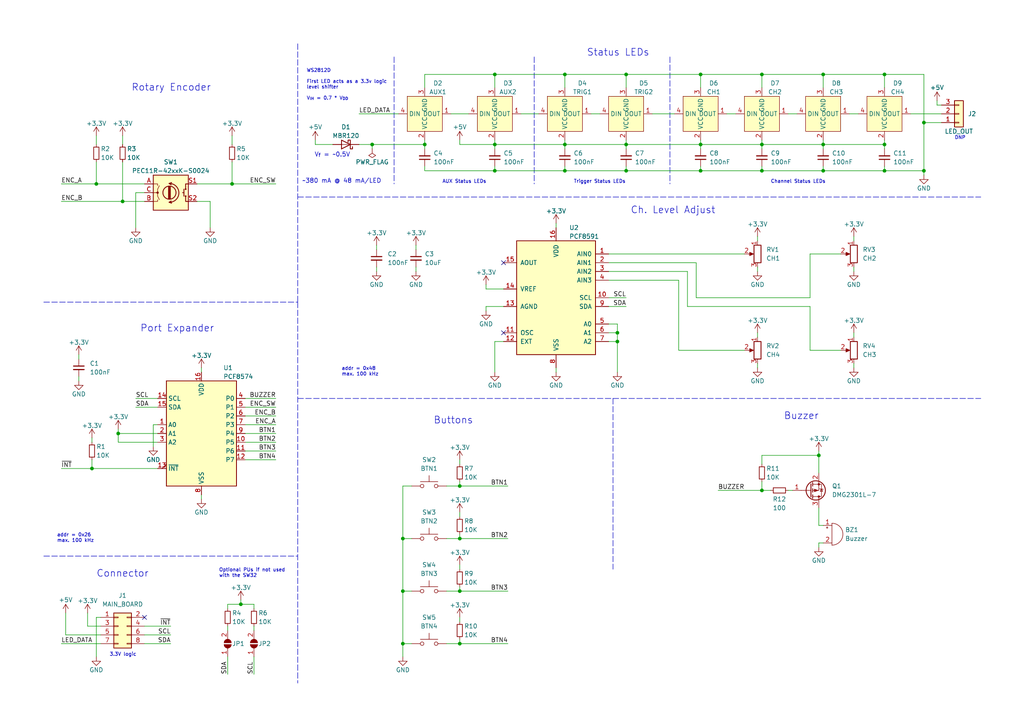
<source format=kicad_sch>
(kicad_sch (version 20211123) (generator eeschema)
  (paper "A4")
  (title_block (title "SW3F1 - Front Panel") (date "2022-11-11") (rev "1") (company "saawsm") (comment 1 "Buttons and encoder are software debounced.") (comment 2 "1x rotary encoder, 4x pots, 4x push buttons, 1x buzzer, 8x RGB LEDs") (comment 3 "Provides the following: ") (comment 4 "An I2C front panel designed for the SW32."))
  (lib_symbols
    (symbol "Connector_Generic:Conn_01x03" (pin_names (offset 1.016) hide)
      (property "Reference" "J" (at 0 5.08 0))
      (property "Value" "Conn_01x03" (at 0 -5.08 0))
      (symbol "Conn_01x03_1_1"
        (pin passive line (at -5.08 2.54 0) (length 3.81) (name "Pin_1") (number "1"))
        (pin passive line (at -5.08 0 0) (length 3.81) (name "Pin_2") (number "2"))
        (pin passive line (at -5.08 -2.54 0) (length 3.81) (name "Pin_3") (number "3"))
      )
    )
    (symbol "Connector_Generic:Conn_02x04_Odd_Even" (pin_names (offset 1.016) hide)
      (property "Reference" "J" (at 1.27 5.08 0))
      (property "Value" "Conn_02x04_Odd_Even" (at 1.27 -7.62 0))
      (symbol "Conn_02x04_Odd_Even_1_1"
        (pin passive line (at -5.08 2.54 0) (length 3.81) (name "Pin_1") (number "1"))
        (pin passive line (at 7.62 2.54 180) (length 3.81) (name "Pin_2") (number "2"))
        (pin passive line (at -5.08 0 0) (length 3.81) (name "Pin_3") (number "3"))
        (pin passive line (at 7.62 0 180) (length 3.81) (name "Pin_4") (number "4"))
        (pin passive line (at -5.08 -2.54 0) (length 3.81) (name "Pin_5") (number "5"))
        (pin passive line (at 7.62 -2.54 180) (length 3.81) (name "Pin_6") (number "6"))
        (pin passive line (at -5.08 -5.08 0) (length 3.81) (name "Pin_7") (number "7"))
        (pin passive line (at 7.62 -5.08 180) (length 3.81) (name "Pin_8") (number "8"))
      )
    )
    (symbol "Device:Buzzer" (pin_names (offset 0.0254) hide)
      (property "Reference" "BZ" (at 3.81 1.27 0))
      (property "Value" "Buzzer" (at 3.81 -1.27 0))
      (symbol "Buzzer_1_1"
        (pin passive line (at -2.54 2.54 0) (length 2.54) (name "-") (number "1"))
        (pin passive line (at -2.54 -2.54 0) (length 2.54) (name "+") (number "2"))
      )
    )
    (symbol "Device:C_Small" (pin_numbers hide) (pin_names (offset 0.254) hide)
      (property "Reference" "C" (at 0.254 1.778 0))
      (property "Value" "C_Small" (at 0.254 -2.032 0))
      (symbol "C_Small_1_1"
        (pin passive line (at 0 2.54 270) (length 2.032) (name "~") (number "1"))
        (pin passive line (at 0 -2.54 90) (length 2.032) (name "~") (number "2"))
      )
    )
    (symbol "Device:D_Schottky" (pin_numbers hide) (pin_names (offset 1.016) hide)
      (property "Reference" "D" (at 0 2.54 0))
      (property "Value" "D_Schottky" (at 0 -2.54 0))
      (symbol "D_Schottky_1_1"
        (pin passive line (at -3.81 0 0) (length 2.54) (name "K") (number "1"))
        (pin passive line (at 3.81 0 180) (length 2.54) (name "A") (number "2"))
      )
    )
    (symbol "Device:Q_PMOS_GSD" (pin_names (offset 0) hide)
      (property "Reference" "Q" (at 5.08 1.27 0))
      (property "Value" "Q_PMOS_GSD" (at 5.08 -1.27 0))
      (symbol "Q_PMOS_GSD_1_1"
        (pin input line (at -5.08 0 0) (length 2.54) (name "G") (number "1"))
        (pin passive line (at 2.54 -5.08 90) (length 2.54) (name "S") (number "2"))
        (pin passive line (at 2.54 5.08 270) (length 2.54) (name "D") (number "3"))
      )
    )
    (symbol "Device:R_Potentiometer" (pin_names (offset 1.016) hide)
      (property "Reference" "RV" (at -4.445 0 90))
      (property "Value" "R_Potentiometer" (at -2.54 0 90))
      (symbol "R_Potentiometer_1_1"
        (pin passive line (at 0 3.81 270) (length 1.27) (name "1") (number "1"))
        (pin passive line (at 3.81 0 180) (length 1.27) (name "2") (number "2"))
        (pin passive line (at 0 -3.81 90) (length 1.27) (name "3") (number "3"))
      )
    )
    (symbol "Device:R_Small" (pin_numbers hide) (pin_names (offset 0.254) hide)
      (property "Reference" "R" (at 0.762 0.508 0))
      (property "Value" "R_Small" (at 0.762 -1.016 0))
      (symbol "R_Small_1_1"
        (pin passive line (at 0 2.54 270) (length 0.762) (name "~") (number "1"))
        (pin passive line (at 0 -2.54 90) (length 0.762) (name "~") (number "2"))
      )
    )
    (symbol "Device:RotaryEncoder_Switch" (pin_names (offset 0.254) hide)
      (property "Reference" "SW" (at 0 6.604 0))
      (property "Value" "RotaryEncoder_Switch" (at 0 -6.604 0))
      (symbol "RotaryEncoder_Switch_1_1"
        (pin passive line (at -7.62 2.54 0) (length 2.54) (name "A") (number "A"))
        (pin passive line (at -7.62 -2.54 0) (length 2.54) (name "B") (number "B"))
        (pin passive line (at -7.62 0 0) (length 2.54) (name "C") (number "C"))
        (pin passive line (at 7.62 2.54 180) (length 2.54) (name "S1") (number "S1"))
        (pin passive line (at 7.62 -2.54 180) (length 2.54) (name "S2") (number "S2"))
      )
    )
    (symbol "Interface_Expansion:PCF8574"
      (property "Reference" "U" (at -8.89 16.51 0))
      (property "Value" "PCF8574" (at 2.54 16.51 0))
      (symbol "PCF8574_1_1"
        (pin input line (at -12.7 2.54 0) (length 2.54) (name "A0") (number "1"))
        (pin bidirectional line (at 12.7 -2.54 180) (length 2.54) (name "P5") (number "10"))
        (pin bidirectional line (at 12.7 -5.08 180) (length 2.54) (name "P6") (number "11"))
        (pin bidirectional line (at 12.7 -7.62 180) (length 2.54) (name "P7") (number "12"))
        (pin open_collector output_low (at -12.7 -10.16 0) (length 2.54) (name "~{INT}") (number "13"))
        (pin input line (at -12.7 10.16 0) (length 2.54) (name "SCL") (number "14"))
        (pin bidirectional line (at -12.7 7.62 0) (length 2.54) (name "SDA") (number "15"))
        (pin power_in line (at 0 17.78 270) (length 2.54) (name "VDD") (number "16"))
        (pin input line (at -12.7 0 0) (length 2.54) (name "A1") (number "2"))
        (pin input line (at -12.7 -2.54 0) (length 2.54) (name "A2") (number "3"))
        (pin bidirectional line (at 12.7 10.16 180) (length 2.54) (name "P0") (number "4"))
        (pin bidirectional line (at 12.7 7.62 180) (length 2.54) (name "P1") (number "5"))
        (pin bidirectional line (at 12.7 5.08 180) (length 2.54) (name "P2") (number "6"))
        (pin bidirectional line (at 12.7 2.54 180) (length 2.54) (name "P3") (number "7"))
        (pin power_in line (at 0 -17.78 90) (length 2.54) (name "VSS") (number "8"))
        (pin bidirectional line (at 12.7 0 180) (length 2.54) (name "P4") (number "9"))
      )
    )
    (symbol "Interface_Expansion:PCF8591" (pin_names (offset 1.016))
      (property "Reference" "U" (at -11.43 17.78 0))
      (property "Value" "PCF8591" (at 3.81 17.78 0))
      (symbol "PCF8591_1_1"
        (pin passive line (at -15.24 12.7 0) (length 3.81) (name "AIN0") (number "1"))
        (pin input line (at -15.24 0 0) (length 3.81) (name "SCL") (number "10"))
        (pin bidirectional line (at 15.24 -10.16 180) (length 3.81) (name "OSC") (number "11"))
        (pin input line (at 15.24 -12.7 180) (length 3.81) (name "EXT") (number "12"))
        (pin power_out line (at 15.24 -2.54 180) (length 3.81) (name "AGND") (number "13"))
        (pin passive line (at 15.24 2.54 180) (length 3.81) (name "VREF") (number "14"))
        (pin passive line (at 15.24 10.16 180) (length 3.81) (name "AOUT") (number "15"))
        (pin power_in line (at 0 20.32 270) (length 3.81) (name "VDD") (number "16"))
        (pin passive line (at -15.24 10.16 0) (length 3.81) (name "AIN1") (number "2"))
        (pin passive line (at -15.24 7.62 0) (length 3.81) (name "AIN2") (number "3"))
        (pin passive line (at -15.24 5.08 0) (length 3.81) (name "AIN3") (number "4"))
        (pin input line (at -15.24 -7.62 0) (length 3.81) (name "A0") (number "5"))
        (pin input line (at -15.24 -10.16 0) (length 3.81) (name "A1") (number "6"))
        (pin input line (at -15.24 -12.7 0) (length 3.81) (name "A2") (number "7"))
        (pin power_in line (at 0 -20.32 90) (length 3.81) (name "VSS") (number "8"))
        (pin bidirectional line (at -15.24 -2.54 0) (length 3.81) (name "SDA") (number "9"))
      )
    )
    (symbol "Jumper:SolderJumper_2_Open" (pin_names (offset 0) hide)
      (property "Reference" "JP" (at 0 2.032 0))
      (property "Value" "SolderJumper_2_Open" (at 0 -2.54 0))
      (symbol "SolderJumper_2_Open_1_1"
        (pin passive line (at -3.81 0 0) (length 2.54) (name "A") (number "1"))
        (pin passive line (at 3.81 0 180) (length 2.54) (name "B") (number "2"))
      )
    )
    (symbol "Mechanical:MountingHole" (pin_names (offset 1.016))
      (property "Reference" "H" (at 0 5.08 0))
      (property "Value" "MountingHole" (at 0 3.175 0))
    )
    (symbol "SaawLib:WS2812D"
      (property "Reference" "U" (at 2.54 8.89 0))
      (property "Value" "WS2812D" (at 6.35 6.35 0))
      (symbol "WS2812D_1_1"
        (pin output line (at 0 -7.62 90) (length 2.54) (name "DOUT") (number "1"))
        (pin power_in line (at -7.62 0 0) (length 2.54) (name "VCC") (number "2"))
        (pin power_in line (at 7.62 0 180) (length 2.54) (name "GND") (number "3"))
        (pin input line (at 0 7.62 270) (length 2.54) (name "DIN") (number "4"))
      )
    )
    (symbol "Switch:SW_Push" (pin_numbers hide) (pin_names (offset 1.016) hide)
      (property "Reference" "SW" (at 1.27 2.54 0))
      (property "Value" "SW_Push" (at 0 -1.524 0))
      (symbol "SW_Push_0_1"
        (pin passive line (at -5.08 0 0) (length 2.54) (name "1") (number "1"))
        (pin passive line (at 5.08 0 180) (length 2.54) (name "2") (number "2"))
      )
    )
    (symbol "power:+3.3V" (power) (pin_names (offset 0))
      (property "Value" "+3.3V" (at 0 3.556 0))
      (symbol "+3.3V_1_1"
        (pin power_in line (at 0 0 90) (length 0) hide (name "+3.3V") (number "1"))
      )
    )
    (symbol "power:+5V" (power) (pin_names (offset 0))
      (property "Value" "+5V" (at 0 3.556 0))
      (symbol "+5V_1_1"
        (pin power_in line (at 0 0 90) (length 0) hide (name "+5V") (number "1"))
      )
    )
    (symbol "power:GND" (power) (pin_names (offset 0))
      (property "Value" "GND" (at 0 -3.81 0))
      (symbol "GND_1_1"
        (pin power_in line (at 0 0 270) (length 0) hide (name "GND") (number "1"))
      )
    )
    (symbol "power:PWR_FLAG" (power) (pin_numbers hide) (pin_names (offset 0) hide)
      (property "Value" "PWR_FLAG" (at 0 3.81 0))
      (symbol "PWR_FLAG_0_0"
        (pin power_out line (at 0 0 90) (length 0) (name "pwr") (number "1"))
      )
    )
  )
  (junction (at 181.61 49.53))
  (junction (at 116.84 156.21))
  (junction (at 179.07 96.52))
  (junction (at 203.2 41.91))
  (junction (at 143.51 49.53))
  (junction (at 116.84 186.69))
  (junction (at 133.35 186.69))
  (junction (at 163.83 49.53))
  (junction (at 35.56 58.42))
  (junction (at 238.76 21.59))
  (junction (at 267.97 35.56))
  (junction (at 181.61 41.91))
  (junction (at 133.35 156.21))
  (junction (at 133.35 140.97))
  (junction (at 256.54 21.59))
  (junction (at 123.19 41.91))
  (junction (at 27.94 53.34))
  (junction (at 143.51 21.59))
  (junction (at 143.51 41.91))
  (junction (at 220.98 21.59))
  (junction (at 26.67 135.89))
  (junction (at 34.29 125.73))
  (junction (at 237.49 132.08))
  (junction (at 256.54 41.91))
  (junction (at 203.2 49.53))
  (junction (at 238.76 49.53))
  (junction (at 203.2 21.59))
  (junction (at 163.83 21.59))
  (junction (at 116.84 171.45))
  (junction (at 256.54 49.53))
  (junction (at 238.76 41.91))
  (junction (at 67.31 53.34))
  (junction (at 220.98 142.24))
  (junction (at 267.97 49.53))
  (junction (at 220.98 41.91))
  (junction (at 181.61 21.59))
  (junction (at 133.35 171.45))
  (junction (at 163.83 41.91))
  (junction (at 107.95 41.91))
  (junction (at 220.98 49.53))
  (junction (at 179.07 99.06))
  (junction (at 69.85 175.26))
  (no_connect (at 146.05 76.2))
  (no_connect (at 41.91 179.07))
  (no_connect (at 146.05 96.52))
  (wire (pts (xy 238.76 25.4) (xy 238.76 21.59)))
  (wire (pts (xy 176.53 76.2) (xy 201.93 76.2)))
  (wire (pts (xy 238.76 41.91) (xy 256.54 41.91)))
  (wire (pts (xy 17.78 53.34) (xy 27.94 53.34)))
  (wire (pts (xy 116.84 156.21) (xy 116.84 171.45)))
  (wire (pts (xy 104.14 41.91) (xy 107.95 41.91)))
  (wire (pts (xy 67.31 53.34) (xy 80.01 53.34)))
  (wire (pts (xy 73.66 190.5) (xy 73.66 195.58)))
  (wire (pts (xy 116.84 171.45) (xy 116.84 186.69)))
  (wire (pts (xy 104.14 33.02) (xy 115.57 33.02)))
  (wire (pts (xy 140.97 90.17) (xy 140.97 88.9)))
  (wire (pts (xy 256.54 41.91) (xy 256.54 43.18)))
  (wire (pts (xy 220.98 49.53) (xy 238.76 49.53)))
  (wire (pts (xy 19.05 177.8) (xy 19.05 184.15)))
  (wire (pts (xy 181.61 88.9) (xy 176.53 88.9)))
  (wire (pts (xy 237.49 130.81) (xy 237.49 132.08)))
  (wire (pts (xy 238.76 49.53) (xy 238.76 48.26)))
  (wire (pts (xy 203.2 49.53) (xy 220.98 49.53)))
  (wire (pts (xy 203.2 43.18) (xy 203.2 41.91)))
  (wire (pts (xy 143.51 48.26) (xy 143.51 49.53)))
  (polyline (pts (xy 177.8 115.57) (xy 177.8 165.1)))
  (wire (pts (xy 237.49 132.08) (xy 237.49 137.16)))
  (polyline (pts (xy 114.3 16.51) (xy 114.3 53.34)))
  (wire (pts (xy 219.71 68.58) (xy 219.71 69.85)))
  (wire (pts (xy 220.98 43.18) (xy 220.98 41.91)))
  (wire (pts (xy 256.54 49.53) (xy 256.54 48.26)))
  (polyline (pts (xy 86.36 12.7) (xy 86.36 87.63)))
  (wire (pts (xy 220.98 139.7) (xy 220.98 142.24)))
  (wire (pts (xy 203.2 21.59) (xy 203.2 25.4)))
  (wire (pts (xy 71.12 133.35) (xy 80.01 133.35)))
  (wire (pts (xy 130.81 33.02) (xy 135.89 33.02)))
  (wire (pts (xy 238.76 152.4) (xy 237.49 152.4)))
  (wire (pts (xy 220.98 132.08) (xy 237.49 132.08)))
  (wire (pts (xy 34.29 128.27) (xy 34.29 125.73)))
  (wire (pts (xy 133.35 186.69) (xy 147.32 186.69)))
  (wire (pts (xy 133.35 139.7) (xy 133.35 140.97)))
  (wire (pts (xy 109.22 71.12) (xy 109.22 72.39)))
  (wire (pts (xy 176.53 73.66) (xy 215.9 73.66)))
  (wire (pts (xy 41.91 55.88) (xy 39.37 55.88)))
  (wire (pts (xy 133.35 41.91) (xy 143.51 41.91)))
  (wire (pts (xy 129.54 156.21) (xy 133.35 156.21)))
  (wire (pts (xy 133.35 156.21) (xy 147.32 156.21)))
  (wire (pts (xy 58.42 143.51) (xy 58.42 144.78)))
  (polyline (pts (xy 12.7 87.63) (xy 86.36 87.63)))
  (wire (pts (xy 196.85 81.28) (xy 196.85 101.6)))
  (polyline (pts (xy 86.36 115.57) (xy 284.48 115.57)))
  (wire (pts (xy 201.93 76.2) (xy 201.93 86.36)))
  (wire (pts (xy 219.71 105.41) (xy 219.71 106.68)))
  (wire (pts (xy 220.98 134.62) (xy 220.98 132.08)))
  (wire (pts (xy 123.19 21.59) (xy 143.51 21.59)))
  (wire (pts (xy 203.2 41.91) (xy 220.98 41.91)))
  (wire (pts (xy 123.19 49.53) (xy 143.51 49.53)))
  (wire (pts (xy 176.53 81.28) (xy 196.85 81.28)))
  (wire (pts (xy 163.83 49.53) (xy 163.83 48.26)))
  (wire (pts (xy 133.35 140.97) (xy 147.32 140.97)))
  (wire (pts (xy 57.15 53.34) (xy 67.31 53.34)))
  (wire (pts (xy 256.54 25.4) (xy 256.54 21.59)))
  (wire (pts (xy 267.97 21.59) (xy 267.97 35.56)))
  (wire (pts (xy 39.37 115.57) (xy 45.72 115.57)))
  (wire (pts (xy 123.19 41.91) (xy 123.19 40.64)))
  (wire (pts (xy 22.86 102.87) (xy 22.86 104.14)))
  (wire (pts (xy 220.98 49.53) (xy 220.98 48.26)))
  (wire (pts (xy 219.71 77.47) (xy 219.71 78.74)))
  (wire (pts (xy 17.78 58.42) (xy 35.56 58.42)))
  (wire (pts (xy 181.61 43.18) (xy 181.61 41.91)))
  (wire (pts (xy 107.95 43.18) (xy 107.95 41.91)))
  (wire (pts (xy 60.96 66.04) (xy 60.96 58.42)))
  (wire (pts (xy 283.21 226.06) (xy 278.13 226.06)))
  (wire (pts (xy 199.39 88.9) (xy 234.95 88.9)))
  (wire (pts (xy 27.94 46.99) (xy 27.94 53.34)))
  (wire (pts (xy 133.35 170.18) (xy 133.35 171.45)))
  (wire (pts (xy 34.29 128.27) (xy 45.72 128.27)))
  (wire (pts (xy 143.51 41.91) (xy 143.51 43.18)))
  (wire (pts (xy 66.04 181.61) (xy 66.04 182.88)))
  (wire (pts (xy 228.6 33.02) (xy 231.14 33.02)))
  (wire (pts (xy 203.2 21.59) (xy 220.98 21.59)))
  (wire (pts (xy 27.94 53.34) (xy 41.91 53.34)))
  (wire (pts (xy 143.51 40.64) (xy 143.51 41.91)))
  (wire (pts (xy 25.4 177.8) (xy 25.4 181.61)))
  (wire (pts (xy 243.84 73.66) (xy 234.95 73.66)))
  (wire (pts (xy 67.31 39.37) (xy 67.31 41.91)))
  (wire (pts (xy 181.61 49.53) (xy 181.61 48.26)))
  (wire (pts (xy 256.54 40.64) (xy 256.54 41.91)))
  (wire (pts (xy 26.67 133.35) (xy 26.67 135.89)))
  (wire (pts (xy 133.35 154.94) (xy 133.35 156.21)))
  (wire (pts (xy 41.91 184.15) (xy 49.53 184.15)))
  (wire (pts (xy 49.53 181.61) (xy 41.91 181.61)))
  (wire (pts (xy 116.84 186.69) (xy 116.84 190.5)))
  (wire (pts (xy 26.67 135.89) (xy 45.72 135.89)))
  (wire (pts (xy 129.54 140.97) (xy 133.35 140.97)))
  (wire (pts (xy 176.53 99.06) (xy 179.07 99.06)))
  (wire (pts (xy 120.65 77.47) (xy 120.65 78.74)))
  (wire (pts (xy 161.29 64.77) (xy 161.29 66.04)))
  (wire (pts (xy 228.6 142.24) (xy 229.87 142.24)))
  (wire (pts (xy 116.84 140.97) (xy 119.38 140.97)))
  (wire (pts (xy 163.83 21.59) (xy 163.83 25.4)))
  (wire (pts (xy 278.13 219.71) (xy 283.21 219.71)))
  (wire (pts (xy 71.12 118.11) (xy 80.01 118.11)))
  (wire (pts (xy 271.78 29.21) (xy 271.78 30.48)))
  (wire (pts (xy 45.72 123.19) (xy 44.45 123.19)))
  (wire (pts (xy 247.65 68.58) (xy 247.65 69.85)))
  (wire (pts (xy 140.97 82.55) (xy 140.97 83.82)))
  (wire (pts (xy 247.65 77.47) (xy 247.65 78.74)))
  (wire (pts (xy 271.78 30.48) (xy 273.05 30.48)))
  (wire (pts (xy 267.97 50.8) (xy 267.97 49.53)))
  (wire (pts (xy 181.61 21.59) (xy 203.2 21.59)))
  (polyline (pts (xy 86.36 57.15) (xy 284.48 57.15)))
  (wire (pts (xy 133.35 40.64) (xy 133.35 41.91)))
  (wire (pts (xy 39.37 118.11) (xy 45.72 118.11)))
  (wire (pts (xy 27.94 39.37) (xy 27.94 41.91)))
  (polyline (pts (xy 12.7 161.29) (xy 86.36 161.29)))
  (wire (pts (xy 199.39 78.74) (xy 199.39 88.9)))
  (wire (pts (xy 163.83 43.18) (xy 163.83 41.91)))
  (wire (pts (xy 17.78 135.89) (xy 26.67 135.89)))
  (wire (pts (xy 133.35 148.59) (xy 133.35 149.86)))
  (wire (pts (xy 71.12 125.73) (xy 80.01 125.73)))
  (wire (pts (xy 140.97 83.82) (xy 146.05 83.82)))
  (wire (pts (xy 41.91 186.69) (xy 49.53 186.69)))
  (wire (pts (xy 176.53 96.52) (xy 179.07 96.52)))
  (wire (pts (xy 163.83 41.91) (xy 181.61 41.91)))
  (wire (pts (xy 247.65 105.41) (xy 247.65 106.68)))
  (wire (pts (xy 181.61 49.53) (xy 203.2 49.53)))
  (wire (pts (xy 220.98 21.59) (xy 220.98 25.4)))
  (wire (pts (xy 107.95 41.91) (xy 123.19 41.91)))
  (wire (pts (xy 123.19 43.18) (xy 123.19 41.91)))
  (wire (pts (xy 71.12 120.65) (xy 80.01 120.65)))
  (wire (pts (xy 73.66 175.26) (xy 73.66 176.53)))
  (polyline (pts (xy 154.94 16.51) (xy 154.94 53.34)))
  (wire (pts (xy 73.66 175.26) (xy 69.85 175.26)))
  (wire (pts (xy 143.51 41.91) (xy 163.83 41.91)))
  (wire (pts (xy 161.29 106.68) (xy 161.29 107.95)))
  (wire (pts (xy 220.98 142.24) (xy 223.52 142.24)))
  (wire (pts (xy 208.28 142.24) (xy 220.98 142.24)))
  (wire (pts (xy 189.23 33.02) (xy 195.58 33.02)))
  (wire (pts (xy 219.71 96.52) (xy 219.71 97.79)))
  (wire (pts (xy 80.01 115.57) (xy 71.12 115.57)))
  (wire (pts (xy 163.83 49.53) (xy 181.61 49.53)))
  (wire (pts (xy 140.97 88.9) (xy 146.05 88.9)))
  (wire (pts (xy 246.38 33.02) (xy 248.92 33.02)))
  (wire (pts (xy 34.29 124.46) (xy 34.29 125.73)))
  (wire (pts (xy 237.49 147.32) (xy 237.49 152.4)))
  (polyline (pts (xy 194.31 16.51) (xy 194.31 53.34)))
  (wire (pts (xy 267.97 35.56) (xy 267.97 49.53)))
  (wire (pts (xy 234.95 88.9) (xy 234.95 101.6)))
  (wire (pts (xy 116.84 140.97) (xy 116.84 156.21)))
  (wire (pts (xy 179.07 96.52) (xy 179.07 93.98)))
  (wire (pts (xy 179.07 99.06) (xy 179.07 96.52)))
  (wire (pts (xy 238.76 40.64) (xy 238.76 41.91)))
  (wire (pts (xy 34.29 125.73) (xy 45.72 125.73)))
  (wire (pts (xy 133.35 185.42) (xy 133.35 186.69)))
  (wire (pts (xy 44.45 123.19) (xy 44.45 129.54)))
  (wire (pts (xy 129.54 171.45) (xy 133.35 171.45)))
  (wire (pts (xy 29.21 184.15) (xy 19.05 184.15)))
  (wire (pts (xy 35.56 39.37) (xy 35.56 41.91)))
  (wire (pts (xy 234.95 86.36) (xy 234.95 73.66)))
  (wire (pts (xy 143.51 107.95) (xy 143.51 99.06)))
  (wire (pts (xy 27.94 179.07) (xy 27.94 190.5)))
  (wire (pts (xy 201.93 86.36) (xy 234.95 86.36)))
  (wire (pts (xy 196.85 101.6) (xy 215.9 101.6)))
  (wire (pts (xy 181.61 41.91) (xy 203.2 41.91)))
  (wire (pts (xy 123.19 48.26) (xy 123.19 49.53)))
  (wire (pts (xy 163.83 21.59) (xy 181.61 21.59)))
  (wire (pts (xy 179.07 93.98) (xy 176.53 93.98)))
  (wire (pts (xy 238.76 21.59) (xy 220.98 21.59)))
  (wire (pts (xy 133.35 163.83) (xy 133.35 165.1)))
  (wire (pts (xy 116.84 156.21) (xy 119.38 156.21)))
  (wire (pts (xy 67.31 46.99) (xy 67.31 53.34)))
  (wire (pts (xy 247.65 96.52) (xy 247.65 97.79)))
  (wire (pts (xy 143.51 49.53) (xy 163.83 49.53)))
  (wire (pts (xy 237.49 157.48) (xy 238.76 157.48)))
  (wire (pts (xy 256.54 21.59) (xy 267.97 21.59)))
  (wire (pts (xy 35.56 46.99) (xy 35.56 58.42)))
  (wire (pts (xy 120.65 72.39) (xy 120.65 71.12)))
  (wire (pts (xy 123.19 21.59) (xy 123.19 25.4)))
  (wire (pts (xy 203.2 41.91) (xy 203.2 40.64)))
  (wire (pts (xy 220.98 41.91) (xy 220.98 40.64)))
  (wire (pts (xy 238.76 43.18) (xy 238.76 41.91)))
  (wire (pts (xy 133.35 171.45) (xy 147.32 171.45)))
  (wire (pts (xy 69.85 173.99) (xy 69.85 175.26)))
  (polyline (pts (xy 86.36 87.63) (xy 86.36 198.12)))
  (wire (pts (xy 237.49 157.48) (xy 237.49 158.75)))
  (wire (pts (xy 129.54 186.69) (xy 133.35 186.69)))
  (wire (pts (xy 238.76 49.53) (xy 256.54 49.53)))
  (wire (pts (xy 238.76 21.59) (xy 256.54 21.59)))
  (wire (pts (xy 238.76 41.91) (xy 220.98 41.91)))
  (wire (pts (xy 116.84 171.45) (xy 119.38 171.45)))
  (wire (pts (xy 66.04 175.26) (xy 69.85 175.26)))
  (wire (pts (xy 71.12 130.81) (xy 80.01 130.81)))
  (wire (pts (xy 133.35 133.35) (xy 133.35 134.62)))
  (wire (pts (xy 27.94 179.07) (xy 29.21 179.07)))
  (wire (pts (xy 181.61 86.36) (xy 176.53 86.36)))
  (wire (pts (xy 25.4 181.61) (xy 29.21 181.61)))
  (wire (pts (xy 58.42 106.68) (xy 58.42 107.95)))
  (wire (pts (xy 163.83 41.91) (xy 163.83 40.64)))
  (wire (pts (xy 179.07 107.95) (xy 179.07 99.06)))
  (wire (pts (xy 143.51 21.59) (xy 143.51 25.4)))
  (wire (pts (xy 66.04 175.26) (xy 66.04 176.53)))
  (wire (pts (xy 26.67 127) (xy 26.67 128.27)))
  (wire (pts (xy 171.45 33.02) (xy 173.99 33.02)))
  (wire (pts (xy 151.13 33.02) (xy 156.21 33.02)))
  (wire (pts (xy 210.82 33.02) (xy 213.36 33.02)))
  (wire (pts (xy 234.95 101.6) (xy 243.84 101.6)))
  (wire (pts (xy 256.54 49.53) (xy 267.97 49.53)))
  (wire (pts (xy 109.22 77.47) (xy 109.22 78.74)))
  (wire (pts (xy 71.12 123.19) (xy 80.01 123.19)))
  (wire (pts (xy 203.2 49.53) (xy 203.2 48.26)))
  (wire (pts (xy 143.51 21.59) (xy 163.83 21.59)))
  (wire (pts (xy 199.39 78.74) (xy 176.53 78.74)))
  (wire (pts (xy 66.04 190.5) (xy 66.04 195.58)))
  (wire (pts (xy 60.96 58.42) (xy 57.15 58.42)))
  (wire (pts (xy 35.56 58.42) (xy 41.91 58.42)))
  (wire (pts (xy 29.21 186.69) (xy 17.78 186.69)))
  (wire (pts (xy 91.44 41.91) (xy 91.44 40.64)))
  (wire (pts (xy 181.61 40.64) (xy 181.61 41.91)))
  (wire (pts (xy 264.16 33.02) (xy 273.05 33.02)))
  (wire (pts (xy 116.84 186.69) (xy 119.38 186.69)))
  (wire (pts (xy 22.86 109.22) (xy 22.86 110.49)))
  (wire (pts (xy 133.35 179.07) (xy 133.35 180.34)))
  (wire (pts (xy 39.37 55.88) (xy 39.37 66.04)))
  (wire (pts (xy 181.61 25.4) (xy 181.61 21.59)))
  (wire (pts (xy 71.12 128.27) (xy 80.01 128.27)))
  (wire (pts (xy 143.51 99.06) (xy 146.05 99.06)))
  (wire (pts (xy 96.52 41.91) (xy 91.44 41.91)))
  (wire (pts (xy 73.66 181.61) (xy 73.66 182.88)))
  (wire (pts (xy 267.97 35.56) (xy 273.05 35.56)))
  (text "~380 mA @ 48 mA/LED" (at 87.63 53.34 0) (effects (font (size 1.27 1.27)) (justify left bottom)))
  (text "Channel Status LEDs" (at 223.52 53.34 0) (effects (font (size 1 1)) (justify left bottom)))
  (text "AUX Status LEDs" (at 128.27 53.34 0) (effects (font (size 1 1)) (justify left bottom)))
  (text "Ch. Level Adjust" (at 182.88 62.23 0) (effects (font (size 2 2)) (justify left bottom)))
  (text "3.3V logic" (at 31.75 190.5 0) (effects (font (size 1 1)) (justify left bottom)))
  (text "Port Expander" (at 40.64 96.52 0) (effects (font (size 2 2)) (justify left bottom)))
  (text "Buttons" (at 125.73 123.19 0) (effects (font (size 2 2)) (justify left bottom)))
  (text "DNP" (at 276.86 40.64 0) (effects (font (size 1 1)) (justify left bottom)))
  (text "Status LEDs" (at 170.18 16.51 0) (effects (font (size 2 2)) (justify left bottom)))
  (text "Optional PUs if not used \nwith the SW32" (at 63.5 167.64 0) (effects (font (size 1 1)) (justify left bottom)))
  (text "addr = 0x48\nmax. 100 kHz" (at 99.06 109.22 0) (effects (font (size 1 1)) (justify left bottom)))
  (text "V_{f} = ~0.5V" (at 101.6 45.72 180) (effects (font (size 1.27 1.27)) (justify right bottom)))
  (text "Trigger Status LEDs" (at 166.37 53.34 0) (effects (font (size 1 1)) (justify left bottom)))
  (text "Buzzer" (at 227.33 121.92 0) (effects (font (size 2 2)) (justify left bottom)))
  (text "Rotary Encoder" (at 38.1 26.67 0) (effects (font (size 2 2)) (justify left bottom)))
  (text "Connector" (at 27.94 167.64 0) (effects (font (size 2 2)) (justify left bottom)))
  (text "addr = 0x26\nmax. 100 kHz" (at 16.51 157.48 0) (effects (font (size 1 1)) (justify left bottom)))
  (text "WS2812D\n\nFirst LED acts as a 3.3v logic \nlevel shifter\n\nV_{IH} = 0.7 * V_{DD}" (at 88.9 29.21 0) (effects (font (size 1 1)) (justify left bottom)))
  (label "ENC_A" (at 17.78 53.34 0))
  (label "BUZZER" (at 80.01 115.57 180))
  (label "SDA" (at 39.37 118.11 0))
  (label "BTN2" (at 147.32 156.21 180))
  (label "ENC_SW" (at 80.01 53.34 180))
  (label "ENC_A" (at 80.01 123.19 180))
  (label "BTN2" (at 80.01 128.27 180))
  (label "BTN1" (at 80.01 125.73 180))
  (label "ENC_SW" (at 80.01 118.11 180))
  (label "BTN1" (at 147.32 140.97 180))
  (label "SCL" (at 39.37 115.57 0))
  (label "ENC_B" (at 17.78 58.42 0))
  (label "SDA" (at 49.53 186.69 180))
  (label "~{INT}" (at 49.53 181.61 180))
  (label "SCL" (at 181.61 86.36 180))
  (label "ENC_B" (at 80.01 120.65 180))
  (label "LED_DATA" (at 104.14 33.02 0))
  (label "BTN4" (at 147.32 186.69 180))
  (label "BTN3" (at 80.01 130.81 180))
  (label "~{INT}" (at 17.78 135.89 0))
  (label "SCL" (at 49.53 184.15 180))
  (label "SCL" (at 73.66 195.58 90))
  (label "BTN3" (at 147.32 171.45 180))
  (label "SDA" (at 181.61 88.9 180))
  (label "LED_DATA" (at 17.78 186.69 0))
  (label "BUZZER" (at 208.28 142.24 0))
  (label "BTN4" (at 80.01 133.35 180))
  (label "SDA" (at 66.04 195.58 90))
  (symbol (lib_id "Device:R_Small") (at 133.35 137.16 180) (unit 1)
    (property "Reference" "R7" (at 134.62 135.89 0) (effects (justify right)))
    (property "Value" "10K" (at 134.62 138.43 0) (effects (justify right)))
    (property "Footprint" "Resistor_SMD:R_0603_1608Metric" (effects hide))
    (property "LCSC" "C98220" (effects hide))
    (property "MOUSER" "603-RC0603FR-0710KL" (effects hide))
    (property "MPN" "RC0603FR-0710KL" (effects hide))
  )
  (symbol (lib_id "Device:C_Small") (at 220.98 45.72 180) (unit 1)
    (property "Reference" "C9" (at 223.52 44.4435 0) (effects (justify right)))
    (property "Value" "100nF" (at 223.52 46.9835 0) (effects (justify right)))
    (property "Footprint" "Capacitor_SMD:C_0603_1608Metric" (effects hide))
    (property "LCSC" "C1591" (effects hide))
    (property "MOUSER" "187-CL10B104KB8NNNC" (effects hide))
    (property "MPN" "CL10B104KB8NNNC" (effects hide))
  )
  (symbol (lib_id "power:+5V") (at 283.21 219.71 0) (mirror y) (unit 1)
    (property "Reference" "#PWR046" (effects hide))
    (property "Value" "+5V" (at 283.21 215.9 0))
  )
  (symbol (lib_id "power:+3.3V") (at 34.29 124.46 0) (unit 1)
    (property "Reference" "#PWR08" (effects hide))
    (property "Value" "+3.3V" (at 34.29 120.904 0))
  )
  (symbol (lib_id "power:GND") (at 179.07 107.95 0) (mirror y) (unit 1)
    (property "Reference" "#PWR033" (effects hide))
    (property "Value" "GND" (at 179.07 111.76 0))
  )
  (symbol (lib_id "Device:R_Small") (at 67.31 44.45 0) (mirror y) (unit 1)
    (property "Reference" "R5" (at 68.58 43.18 0) (effects (justify right)))
    (property "Value" "10K" (at 68.58 45.72 0) (effects (justify right)))
    (property "Footprint" "Resistor_SMD:R_0603_1608Metric" (effects hide))
    (property "LCSC" "C98220" (effects hide))
    (property "MOUSER" "603-RC0603FR-0710KL" (effects hide))
    (property "MPN" "RC0603FR-0710KL" (effects hide))
  )
  (symbol (lib_id "power:+3.3V") (at 22.86 102.87 0) (unit 1)
    (property "Reference" "#PWR02" (effects hide))
    (property "Value" "+3.3V" (at 22.86 99.314 0))
  )
  (symbol (lib_id "power:+3.3V") (at 26.67 127 0) (unit 1)
    (property "Reference" "#PWR05" (effects hide))
    (property "Value" "+3.3V" (at 26.67 123.444 0))
  )
  (symbol (lib_id "Interface_Expansion:PCF8591") (at 161.29 86.36 0) (mirror y) (unit 1)
    (property "Reference" "U2" (at 165.1 66.04 0) (effects (justify right)))
    (property "Value" "PCF8591" (at 165.1 68.58 0) (effects (justify right)))
    (property "Footprint" "Package_SO:SOIC-16W_7.5x10.3mm_P1.27mm" (effects hide))
    (property "Datasheet" "https://mouser.com/datasheet/2/302/PCF8591-1127459.pdf" (effects hide))
    (property "MPN" "PCF8591T/2,518" (effects hide))
    (property "MOUSER" "771-PCF8591TD-T" (effects hide))
    (property "LCSC" "C8366" (effects hide))
  )
  (symbol (lib_id "power:+5V") (at 19.05 177.8 0) (mirror y) (unit 1)
    (property "Reference" "#PWR01" (effects hide))
    (property "Value" "+5V" (at 19.05 173.99 0))
  )
  (symbol (lib_id "power:GND") (at 219.71 78.74 0) (mirror y) (unit 1)
    (property "Reference" "#PWR035" (effects hide))
    (property "Value" "GND" (at 219.71 82.55 0))
  )
  (symbol (lib_id "power:GND") (at 267.97 50.8 0) (unit 1)
    (property "Reference" "#PWR044" (effects hide))
    (property "Value" "GND" (at 267.97 54.61 0))
  )
  (symbol (lib_id "power:+3.3V") (at 69.85 173.99 0) (unit 1)
    (property "Reference" "#PWR016" (effects hide))
    (property "Value" "+3.3V" (at 69.85 170.434 0))
  )
  (symbol (lib_id "Switch:SW_Push") (at 124.46 156.21 0) (unit 1)
    (property "Reference" "SW3" (at 124.46 148.59 0))
    (property "Value" "BTN2" (at 124.46 151.13 0))
    (property "Footprint" "SaawLib:D6C" (effects hide))
    (property "Datasheet" "https://mouser.com/datasheet/2/60/d6-1841635.pdf" (effects hide))
    (property "MOUSER" "611-D6C90F2LFS" (effects hide))
    (property "MPN" "D6C90F2LFS" (effects hide))
  )
  (symbol (lib_id "Device:Buzzer") (at 241.3 154.94 0) (unit 1)
    (property "Reference" "BZ1" (at 245.11 153.6699 0) (effects (justify left)))
    (property "Value" "Buzzer" (at 245.11 156.21 0) (effects (justify left)))
    (property "Footprint" "Buzzer_Beeper:Buzzer_12x9.5RM7.6" (effects hide))
    (property "Datasheet" "https://mouser.com/datasheet/2/683/IE122303-1-358179.pdf" (effects hide))
    (property "MOUSER" "497-IE122303-1" (effects hide))
    (property "MPN" "IE122303-1" (effects hide))
  )
  (symbol (lib_id "Device:D_Schottky") (at 100.33 41.91 180) (unit 1)
    (property "Reference" "D1" (at 100.33 36.83 0))
    (property "Value" "MBR120" (at 100.33 39.37 0))
    (property "Footprint" "Diode_SMD:D_SOD-123F" (effects hide))
    (property "MPN" "MBR120ESFT1G" (effects hide))
    (property "MOUSER" "863-MBR120ESFT1G" (effects hide))
    (property "LCSC" "C236132" (effects hide))
  )
  (symbol (lib_id "power:GND") (at 120.65 78.74 0) (mirror y) (unit 1)
    (property "Reference" "#PWR022" (effects hide))
    (property "Value" "GND" (at 120.65 82.55 0))
  )
  (symbol (lib_id "power:PWR_FLAG") (at 107.95 43.18 180) (unit 1)
    (property "Reference" "#FLG01" (effects hide))
    (property "Value" "PWR_FLAG" (at 107.95 46.99 0))
  )
  (symbol (lib_id "power:+3.3V") (at 67.31 39.37 0) (unit 1)
    (property "Reference" "#PWR015" (effects hide))
    (property "Value" "+3.3V" (at 67.31 35.814 0))
  )
  (symbol (lib_id "power:+3.3V") (at 25.4 177.8 0) (unit 1)
    (property "Reference" "#PWR04" (effects hide))
    (property "Value" "+3.3V" (at 25.4 174.244 0))
  )
  (symbol (lib_id "Device:C_Small") (at 22.86 106.68 0) (unit 1)
    (property "Reference" "C1" (at 26.035 105.4162 0) (effects (justify left)))
    (property "Value" "100nF" (at 26.035 107.9562 0) (effects (justify left)))
    (property "Footprint" "Capacitor_SMD:C_0603_1608Metric" (effects hide))
    (property "LCSC" "C1591" (effects hide))
    (property "MOUSER" "187-CL10B104KB8NNNC" (effects hide))
    (property "MPN" "CL10B104KB8NNNC" (effects hide))
  )
  (symbol (lib_id "power:+3.3V") (at 120.65 71.12 0) (mirror y) (unit 1)
    (property "Reference" "#PWR021" (effects hide))
    (property "Value" "+3.3V" (at 120.65 67.564 0))
  )
  (symbol (lib_id "power:+5V") (at 133.35 40.64 0) (unit 1)
    (property "Reference" "#PWR023" (effects hide))
    (property "Value" "+5V" (at 133.35 36.83 0))
  )
  (symbol (lib_id "Device:C_Small") (at 120.65 74.93 0) (unit 1)
    (property "Reference" "C3" (at 123.19 73.6662 0) (effects (justify left)))
    (property "Value" "10uF" (at 123.19 76.2062 0) (effects (justify left)))
    (property "Footprint" "Capacitor_SMD:C_0603_1608Metric" (effects hide))
    (property "LCSC" "C96446" (effects hide))
    (property "MOUSER" "187-CL10A106MA8NRNC" (effects hide))
    (property "MPN" "CL10A106MA8NRNC" (effects hide))
  )
  (symbol (lib_id "power:GND") (at 247.65 106.68 0) (mirror y) (unit 1)
    (property "Reference" "#PWR043" (effects hide))
    (property "Value" "GND" (at 247.65 110.49 0))
  )
  (symbol (lib_id "power:+3.3V") (at 109.22 71.12 0) (mirror y) (unit 1)
    (property "Reference" "#PWR018" (effects hide))
    (property "Value" "+3.3V" (at 109.22 67.564 0))
  )
  (symbol (lib_id "SaawLib:WS2812D") (at 123.19 33.02 90) (unit 1)
    (property "Reference" "D2" (at 127 24.13 90))
    (property "Value" "AUX1" (at 127 26.67 90))
    (property "Footprint" "SaawLib:WS2812D-F5" (effects hide))
    (property "Datasheet" "https://datasheet.lcsc.com/lcsc/2204181500_Worldsemi-WS2812D-F5_C190565.pdf" (effects hide))
    (property "MPN" "WS2812D-F5" (effects hide))
    (property "LCSC" "C190565" (effects hide))
  )
  (symbol (lib_id "Switch:SW_Push") (at 124.46 171.45 0) (unit 1)
    (property "Reference" "SW4" (at 124.46 163.83 0))
    (property "Value" "BTN3" (at 124.46 166.37 0))
    (property "Footprint" "SaawLib:D6C" (effects hide))
    (property "Datasheet" "https://mouser.com/datasheet/2/60/d6-1841635.pdf" (effects hide))
    (property "MOUSER" "611-D6C90F2LFS" (effects hide))
    (property "MPN" "D6C90F2LFS" (effects hide))
  )
  (symbol (lib_id "power:GND") (at 143.51 107.95 0) (mirror y) (unit 1)
    (property "Reference" "#PWR030" (effects hide))
    (property "Value" "GND" (at 143.51 111.76 0))
  )
  (symbol (lib_id "power:GND") (at 58.42 144.78 0) (unit 1)
    (property "Reference" "#PWR013" (effects hide))
    (property "Value" "GND" (at 58.42 148.59 0))
  )
  (symbol (lib_id "power:+3.3V") (at 283.21 226.06 0) (unit 1)
    (property "Reference" "#PWR047" (effects hide))
    (property "Value" "+3.3V" (at 283.21 222.504 0))
  )
  (symbol (lib_id "power:GND") (at 237.49 158.75 0) (unit 1)
    (property "Reference" "#PWR039" (effects hide))
    (property "Value" "GND" (at 237.49 162.56 0))
  )
  (symbol (lib_id "Device:C_Small") (at 256.54 45.72 180) (unit 1)
    (property "Reference" "C11" (at 259.08 44.4435 0) (effects (justify right)))
    (property "Value" "100nF" (at 259.08 46.9835 0) (effects (justify right)))
    (property "Footprint" "Capacitor_SMD:C_0603_1608Metric" (effects hide))
    (property "LCSC" "C1591" (effects hide))
    (property "MOUSER" "187-CL10B104KB8NNNC" (effects hide))
    (property "MPN" "CL10B104KB8NNNC" (effects hide))
  )
  (symbol (lib_id "power:+3.3V") (at 58.42 106.68 0) (unit 1)
    (property "Reference" "#PWR012" (effects hide))
    (property "Value" "+3.3V" (at 58.42 103.124 0))
  )
  (symbol (lib_id "Connector_Generic:Conn_02x04_Odd_Even") (at 34.29 181.61 0) (unit 1)
    (property "Reference" "J1" (at 35.56 172.72 0))
    (property "Value" "MAIN_BOARD" (at 35.56 175.26 0))
    (property "Footprint" "Connector_IDC:IDC-Header_2x04_P2.54mm_Vertical" (effects hide))
  )
  (symbol (lib_id "SaawLib:WS2812D") (at 238.76 33.02 90) (unit 1)
    (property "Reference" "D8" (at 242.57 24.13 90))
    (property "Value" "CH3" (at 242.57 26.67 90))
    (property "Footprint" "SaawLib:WS2812D-F5" (effects hide))
    (property "Datasheet" "https://datasheet.lcsc.com/lcsc/2204181500_Worldsemi-WS2812D-F5_C190565.pdf" (effects hide))
    (property "MPN" "WS2812D-F5" (effects hide))
    (property "LCSC" "C190565" (effects hide))
  )
  (symbol (lib_id "Device:C_Small") (at 203.2 45.72 180) (unit 1)
    (property "Reference" "C8" (at 205.74 44.4435 0) (effects (justify right)))
    (property "Value" "100nF" (at 205.74 46.9835 0) (effects (justify right)))
    (property "Footprint" "Capacitor_SMD:C_0603_1608Metric" (effects hide))
    (property "LCSC" "C1591" (effects hide))
    (property "MOUSER" "187-CL10B104KB8NNNC" (effects hide))
    (property "MPN" "CL10B104KB8NNNC" (effects hide))
  )
  (symbol (lib_id "Mechanical:MountingHole") (at 236.22 215.9 0) (unit 1) (in_bom no)
    (property "Reference" "H4" (at 236.22 219.71 0))
    (property "Value" "MountingHole" (effects hide))
    (property "Footprint" "MountingHole:MountingHole_2.2mm_M2" (effects hide))
  )
  (symbol (lib_id "Device:C_Small") (at 238.76 45.72 180) (unit 1)
    (property "Reference" "C10" (at 241.3 44.4435 0) (effects (justify right)))
    (property "Value" "100nF" (at 241.3 46.9835 0) (effects (justify right)))
    (property "Footprint" "Capacitor_SMD:C_0603_1608Metric" (effects hide))
    (property "LCSC" "C1591" (effects hide))
    (property "MOUSER" "187-CL10B104KB8NNNC" (effects hide))
    (property "MPN" "CL10B104KB8NNNC" (effects hide))
  )
  (symbol (lib_id "power:+3.3V") (at 35.56 39.37 0) (unit 1)
    (property "Reference" "#PWR09" (effects hide))
    (property "Value" "+3.3V" (at 35.56 35.814 0))
  )
  (symbol (lib_id "Switch:SW_Push") (at 124.46 140.97 0) (unit 1)
    (property "Reference" "SW2" (at 124.46 133.35 0))
    (property "Value" "BTN1" (at 124.46 135.89 0))
    (property "Footprint" "SaawLib:D6C" (effects hide))
    (property "Datasheet" "https://mouser.com/datasheet/2/60/d6-1841635.pdf" (effects hide))
    (property "MOUSER" "611-D6C90F2LFS" (effects hide))
    (property "MPN" "D6C90F2LFS" (effects hide))
  )
  (symbol (lib_id "Device:R_Small") (at 27.94 44.45 0) (mirror y) (unit 1)
    (property "Reference" "R2" (at 29.21 43.18 0) (effects (justify right)))
    (property "Value" "10K" (at 29.21 45.72 0) (effects (justify right)))
    (property "Footprint" "Resistor_SMD:R_0603_1608Metric" (effects hide))
    (property "LCSC" "C98220" (effects hide))
    (property "MOUSER" "603-RC0603FR-0710KL" (effects hide))
    (property "MPN" "RC0603FR-0710KL" (effects hide))
  )
  (symbol (lib_id "power:GND") (at 44.45 129.54 0) (unit 1)
    (property "Reference" "#PWR011" (effects hide))
    (property "Value" "GND" (at 44.45 133.35 0))
  )
  (symbol (lib_id "Device:C_Small") (at 109.22 74.93 0) (unit 1)
    (property "Reference" "C2" (at 112.395 73.6662 0) (effects (justify left)))
    (property "Value" "100nF" (at 112.395 76.2062 0) (effects (justify left)))
    (property "Footprint" "Capacitor_SMD:C_0603_1608Metric" (effects hide))
    (property "LCSC" "C1591" (effects hide))
    (property "MOUSER" "187-CL10B104KB8NNNC" (effects hide))
    (property "MPN" "CL10B104KB8NNNC" (effects hide))
  )
  (symbol (lib_id "SaawLib:WS2812D") (at 220.98 33.02 90) (unit 1)
    (property "Reference" "D7" (at 224.79 24.13 90))
    (property "Value" "CH2" (at 224.79 26.67 90))
    (property "Footprint" "SaawLib:WS2812D-F5" (effects hide))
    (property "Datasheet" "https://datasheet.lcsc.com/lcsc/2204181500_Worldsemi-WS2812D-F5_C190565.pdf" (effects hide))
    (property "MPN" "WS2812D-F5" (effects hide))
    (property "LCSC" "C190565" (effects hide))
  )
  (symbol (lib_id "power:+3.3V") (at 133.35 148.59 0) (unit 1)
    (property "Reference" "#PWR025" (effects hide))
    (property "Value" "+3.3V" (at 133.35 145.034 0))
  )
  (symbol (lib_id "Device:R_Small") (at 66.04 179.07 180) (unit 1)
    (property "Reference" "R4" (at 67.31 177.8 0) (effects (justify right)))
    (property "Value" "10K" (at 67.31 180.34 0) (effects (justify right)))
    (property "Footprint" "Resistor_SMD:R_0603_1608Metric" (effects hide))
    (property "LCSC" "C98220" (effects hide))
    (property "MOUSER" "603-RC0603FR-0710KL" (effects hide))
    (property "MPN" "RC0603FR-0710KL" (effects hide))
  )
  (symbol (lib_id "Device:R_Potentiometer") (at 247.65 101.6 0) (mirror y) (unit 1)
    (property "Reference" "RV4" (at 250.19 100.3299 0) (effects (justify right)))
    (property "Value" "CH3" (at 250.19 102.8699 0) (effects (justify right)))
    (property "Footprint" "SaawLib:Potentiometer_Bourns_PTV09A-1_Single_Vertical" (effects hide))
    (property "Datasheet" "https://mouser.com/datasheet/2/54/ptv09-777818.pdf" (effects hide))
    (property "MPN" "PTV09A-40xxS-B103 " (effects hide))
  )
  (symbol (lib_id "power:GND") (at 109.22 78.74 0) (mirror y) (unit 1)
    (property "Reference" "#PWR019" (effects hide))
    (property "Value" "GND" (at 109.22 82.55 0))
  )
  (symbol (lib_id "power:+5V") (at 91.44 40.64 0) (unit 1)
    (property "Reference" "#PWR017" (effects hide))
    (property "Value" "+5V" (at 91.44 36.83 0))
  )
  (symbol (lib_id "Jumper:SolderJumper_2_Open") (at 73.66 186.69 90) (unit 1) (in_bom no)
    (property "Reference" "JP2" (at 74.93 186.69 90) (effects (justify right)))
    (property "Value" "SolderJumper_2_Open" (effects hide))
    (property "Footprint" "Jumper:SolderJumper-2_P1.3mm_Open_RoundedPad1.0x1.5mm" (effects hide))
  )
  (symbol (lib_id "power:+3.3V") (at 161.29 64.77 0) (mirror y) (unit 1)
    (property "Reference" "#PWR031" (effects hide))
    (property "Value" "+3.3V" (at 161.29 61.214 0))
  )
  (symbol (lib_id "power:PWR_FLAG") (at 278.13 226.06 90) (unit 1)
    (property "Reference" "#FLG03" (effects hide))
    (property "Value" "PWR_FLAG" (at 274.32 226.0599 90) (effects (justify left)))
  )
  (symbol (lib_id "SaawLib:WS2812D") (at 181.61 33.02 90) (unit 1)
    (property "Reference" "D5" (at 186.69 24.13 90))
    (property "Value" "TRIG2" (at 186.69 26.67 90))
    (property "Footprint" "SaawLib:WS2812D-F5" (effects hide))
    (property "Datasheet" "https://datasheet.lcsc.com/lcsc/2204181500_Worldsemi-WS2812D-F5_C190565.pdf" (effects hide))
    (property "MPN" "WS2812D-F5" (effects hide))
    (property "LCSC" "C190565" (effects hide))
  )
  (symbol (lib_id "Device:R_Small") (at 73.66 179.07 180) (unit 1)
    (property "Reference" "R6" (at 74.93 177.8 0) (effects (justify right)))
    (property "Value" "10K" (at 74.93 180.34 0) (effects (justify right)))
    (property "Footprint" "Resistor_SMD:R_0603_1608Metric" (effects hide))
    (property "LCSC" "C98220" (effects hide))
    (property "MOUSER" "603-RC0603FR-0710KL" (effects hide))
    (property "MPN" "RC0603FR-0710KL" (effects hide))
  )
  (symbol (lib_id "Device:Q_PMOS_GSD") (at 234.95 142.24 0) (mirror x) (unit 1)
    (property "Reference" "Q1" (at 241.3 140.9699 0) (effects (justify left)))
    (property "Value" "DMG2301L-7" (at 241.3 143.5099 0) (effects (justify left)))
    (property "Footprint" "Package_TO_SOT_SMD:SOT-23" (effects hide))
    (property "LCSC" "C102619" (effects hide))
    (property "MOUSER" "621-DMG2301L-7" (effects hide))
    (property "MPN" "DMG2301L-7" (effects hide))
  )
  (symbol (lib_id "Device:R_Small") (at 220.98 137.16 180) (unit 1)
    (property "Reference" "R11" (at 222.25 135.89 0) (effects (justify right)))
    (property "Value" "10K" (at 222.25 138.43 0) (effects (justify right)))
    (property "Footprint" "Resistor_SMD:R_0603_1608Metric" (effects hide))
    (property "LCSC" "C98220" (effects hide))
    (property "MOUSER" "603-RC0603FR-0710KL" (effects hide))
    (property "MPN" "RC0603FR-0710KL" (effects hide))
  )
  (symbol (lib_id "Interface_Expansion:PCF8574") (at 58.42 125.73 0) (unit 1)
    (property "Reference" "U1" (at 64.77 106.68 0) (effects (justify left)))
    (property "Value" "PCF8574" (at 64.77 109.22 0) (effects (justify left)))
    (property "Footprint" "Package_SO:SOIC-16W_7.5x10.3mm_P1.27mm" (effects hide))
    (property "Datasheet" "https://mouser.com/datasheet/2/302/PCF8574_PCF8574A-1127673.pdf" (effects hide))
    (property "MPN" "PCF8574T/3,512" (effects hide))
    (property "LCSC" "C1522621" (effects hide))
    (property "MOUSER" "771-PCF85T3512" (effects hide))
  )
  (symbol (lib_id "power:+3.3V") (at 133.35 163.83 0) (unit 1)
    (property "Reference" "#PWR026" (effects hide))
    (property "Value" "+3.3V" (at 133.35 160.274 0))
  )
  (symbol (lib_id "power:GND") (at 219.71 106.68 0) (mirror y) (unit 1)
    (property "Reference" "#PWR037" (effects hide))
    (property "Value" "GND" (at 219.71 110.49 0))
  )
  (symbol (lib_id "power:+3.3V") (at 247.65 68.58 0) (mirror y) (unit 1)
    (property "Reference" "#PWR040" (effects hide))
    (property "Value" "+3.3V" (at 247.65 65.024 0))
  )
  (symbol (lib_id "Connector_Generic:Conn_01x03") (at 278.13 33.02 0) (mirror x) (unit 1) (in_bom no)
    (property "Reference" "J2" (at 281.94 33.02 0))
    (property "Value" "LED_OUT" (at 278.13 38.1 0))
    (property "Footprint" "Connector_PinHeader_2.54mm:PinHeader_1x03_P2.54mm_Vertical" (effects hide))
  )
  (symbol (lib_id "Switch:SW_Push") (at 124.46 186.69 0) (unit 1)
    (property "Reference" "SW5" (at 124.46 179.07 0))
    (property "Value" "BTN4" (at 124.46 181.61 0))
    (property "Footprint" "SaawLib:D6C" (effects hide))
    (property "Datasheet" "https://mouser.com/datasheet/2/60/d6-1841635.pdf" (effects hide))
    (property "MOUSER" "611-D6C90F2LFS" (effects hide))
    (property "MPN" "D6C90F2LFS" (effects hide))
  )
  (symbol (lib_id "Mechanical:MountingHole") (at 231.14 215.9 0) (unit 1) (in_bom no)
    (property "Reference" "H3" (at 231.14 219.71 0))
    (property "Value" "MountingHole" (effects hide))
    (property "Footprint" "MountingHole:MountingHole_2.2mm_M2" (effects hide))
  )
  (symbol (lib_id "Device:R_Potentiometer") (at 219.71 101.6 0) (mirror y) (unit 1)
    (property "Reference" "RV2" (at 222.25 100.3299 0) (effects (justify right)))
    (property "Value" "CH4" (at 222.25 102.8699 0) (effects (justify right)))
    (property "Footprint" "SaawLib:Potentiometer_Bourns_PTV09A-1_Single_Vertical" (effects hide))
    (property "Datasheet" "https://mouser.com/datasheet/2/54/ptv09-777818.pdf" (effects hide))
    (property "MPN" "PTV09A-40xxS-B103 " (effects hide))
  )
  (symbol (lib_id "power:GND") (at 116.84 190.5 0) (unit 1)
    (property "Reference" "#PWR020" (effects hide))
    (property "Value" "GND" (at 116.84 194.31 0))
  )
  (symbol (lib_id "power:GND") (at 247.65 78.74 0) (mirror y) (unit 1)
    (property "Reference" "#PWR041" (effects hide))
    (property "Value" "GND" (at 247.65 82.55 0))
  )
  (symbol (lib_id "power:+3.3V") (at 133.35 133.35 0) (unit 1)
    (property "Reference" "#PWR024" (effects hide))
    (property "Value" "+3.3V" (at 133.35 129.794 0))
  )
  (symbol (lib_id "power:PWR_FLAG") (at 278.13 219.71 90) (unit 1)
    (property "Reference" "#FLG02" (effects hide))
    (property "Value" "PWR_FLAG" (at 274.32 219.7099 90) (effects (justify left)))
  )
  (symbol (lib_id "SaawLib:WS2812D") (at 256.54 33.02 90) (unit 1)
    (property "Reference" "D9" (at 260.35 24.13 90))
    (property "Value" "CH4" (at 260.35 26.67 90))
    (property "Footprint" "SaawLib:WS2812D-F5" (effects hide))
    (property "Datasheet" "https://datasheet.lcsc.com/lcsc/2204181500_Worldsemi-WS2812D-F5_C190565.pdf" (effects hide))
    (property "MPN" "WS2812D-F5" (effects hide))
    (property "LCSC" "C190565" (effects hide))
  )
  (symbol (lib_id "Jumper:SolderJumper_2_Open") (at 66.04 186.69 90) (unit 1) (in_bom no)
    (property "Reference" "JP1" (at 67.31 186.69 90) (effects (justify right)))
    (property "Value" "SolderJumper_2_Open" (effects hide))
    (property "Footprint" "Jumper:SolderJumper-2_P1.3mm_Open_RoundedPad1.0x1.5mm" (effects hide))
  )
  (symbol (lib_id "Device:R_Potentiometer") (at 219.71 73.66 0) (mirror y) (unit 1)
    (property "Reference" "RV1" (at 222.25 72.3899 0) (effects (justify right)))
    (property "Value" "CH1" (at 222.25 74.9299 0) (effects (justify right)))
    (property "Footprint" "SaawLib:Potentiometer_Bourns_PTV09A-1_Single_Vertical" (effects hide))
    (property "Datasheet" "https://mouser.com/datasheet/2/54/ptv09-777818.pdf" (effects hide))
    (property "MPN" "PTV09A-40xxS-B103 " (effects hide))
  )
  (symbol (lib_id "power:GND") (at 161.29 107.95 0) (mirror y) (unit 1)
    (property "Reference" "#PWR032" (effects hide))
    (property "Value" "GND" (at 161.29 111.76 0))
  )
  (symbol (lib_id "Device:RotaryEncoder_Switch") (at 49.53 55.88 0) (unit 1)
    (property "Reference" "SW1" (at 49.53 46.99 0))
    (property "Value" "PEC11R-42xxK-S0024" (at 49.53 49.53 0))
    (property "Footprint" "SaawLib:Rotary_Encoder_Switched_PEC11R" (effects hide))
    (property "Datasheet" "https://mouser.com/datasheet/2/54/PEC11R-777457.pdf" (effects hide))
    (property "MPN" "PEC11R-42xxK-S0024" (effects hide))
  )
  (symbol (lib_id "Device:R_Small") (at 133.35 167.64 180) (unit 1)
    (property "Reference" "R9" (at 134.62 166.37 0) (effects (justify right)))
    (property "Value" "10K" (at 134.62 168.91 0) (effects (justify right)))
    (property "Footprint" "Resistor_SMD:R_0603_1608Metric" (effects hide))
    (property "LCSC" "C98220" (effects hide))
    (property "MOUSER" "603-RC0603FR-0710KL" (effects hide))
    (property "MPN" "RC0603FR-0710KL" (effects hide))
  )
  (symbol (lib_id "Device:C_Small") (at 143.51 45.72 180) (unit 1)
    (property "Reference" "C5" (at 146.05 44.4435 0) (effects (justify right)))
    (property "Value" "100nF" (at 146.05 46.9835 0) (effects (justify right)))
    (property "Footprint" "Capacitor_SMD:C_0603_1608Metric" (effects hide))
    (property "LCSC" "C1591" (effects hide))
    (property "MOUSER" "187-CL10B104KB8NNNC" (effects hide))
    (property "MPN" "CL10B104KB8NNNC" (effects hide))
  )
  (symbol (lib_id "power:+3.3V") (at 140.97 82.55 0) (mirror y) (unit 1)
    (property "Reference" "#PWR028" (effects hide))
    (property "Value" "+3.3V" (at 140.97 78.994 0))
  )
  (symbol (lib_id "Device:C_Small") (at 163.83 45.72 180) (unit 1)
    (property "Reference" "C6" (at 166.37 44.4435 0) (effects (justify right)))
    (property "Value" "100nF" (at 166.37 46.9835 0) (effects (justify right)))
    (property "Footprint" "Capacitor_SMD:C_0603_1608Metric" (effects hide))
    (property "LCSC" "C1591" (effects hide))
    (property "MOUSER" "187-CL10B104KB8NNNC" (effects hide))
    (property "MPN" "CL10B104KB8NNNC" (effects hide))
  )
  (symbol (lib_id "Device:R_Small") (at 26.67 130.81 180) (unit 1)
    (property "Reference" "R1" (at 27.94 129.54 0) (effects (justify right)))
    (property "Value" "10K" (at 27.94 132.08 0) (effects (justify right)))
    (property "Footprint" "Resistor_SMD:R_0603_1608Metric" (effects hide))
    (property "LCSC" "C98220" (effects hide))
    (property "MOUSER" "603-RC0603FR-0710KL" (effects hide))
    (property "MPN" "RC0603FR-0710KL" (effects hide))
  )
  (symbol (lib_id "power:GND") (at 140.97 90.17 0) (mirror y) (unit 1)
    (property "Reference" "#PWR029" (effects hide))
    (property "Value" "GND" (at 140.97 93.98 0))
  )
  (symbol (lib_id "Mechanical:MountingHole") (at 226.06 215.9 0) (unit 1) (in_bom no)
    (property "Reference" "H2" (at 226.06 219.71 0))
    (property "Value" "MountingHole" (effects hide))
    (property "Footprint" "MountingHole:MountingHole_2.2mm_M2" (effects hide))
  )
  (symbol (lib_id "Device:R_Small") (at 35.56 44.45 0) (mirror y) (unit 1)
    (property "Reference" "R3" (at 36.83 43.18 0) (effects (justify right)))
    (property "Value" "10K" (at 36.83 45.72 0) (effects (justify right)))
    (property "Footprint" "Resistor_SMD:R_0603_1608Metric" (effects hide))
    (property "LCSC" "C98220" (effects hide))
    (property "MOUSER" "603-RC0603FR-0710KL" (effects hide))
    (property "MPN" "RC0603FR-0710KL" (effects hide))
  )
  (symbol (lib_id "Device:R_Small") (at 133.35 152.4 180) (unit 1)
    (property "Reference" "R8" (at 134.62 151.13 0) (effects (justify right)))
    (property "Value" "10K" (at 134.62 153.67 0) (effects (justify right)))
    (property "Footprint" "Resistor_SMD:R_0603_1608Metric" (effects hide))
    (property "LCSC" "C98220" (effects hide))
    (property "MOUSER" "603-RC0603FR-0710KL" (effects hide))
    (property "MPN" "RC0603FR-0710KL" (effects hide))
  )
  (symbol (lib_id "Device:C_Small") (at 181.61 45.72 180) (unit 1)
    (property "Reference" "C7" (at 184.15 44.4435 0) (effects (justify right)))
    (property "Value" "100nF" (at 184.15 46.9835 0) (effects (justify right)))
    (property "Footprint" "Capacitor_SMD:C_0603_1608Metric" (effects hide))
    (property "LCSC" "C1591" (effects hide))
    (property "MOUSER" "187-CL10B104KB8NNNC" (effects hide))
    (property "MPN" "CL10B104KB8NNNC" (effects hide))
  )
  (symbol (lib_id "power:+3.3V") (at 27.94 39.37 0) (unit 1)
    (property "Reference" "#PWR06" (effects hide))
    (property "Value" "+3.3V" (at 27.94 35.814 0))
  )
  (symbol (lib_id "SaawLib:WS2812D") (at 163.83 33.02 90) (unit 1)
    (property "Reference" "D4" (at 168.91 24.13 90))
    (property "Value" "TRIG1" (at 168.91 26.67 90))
    (property "Footprint" "SaawLib:WS2812D-F5" (effects hide))
    (property "Datasheet" "https://datasheet.lcsc.com/lcsc/2204181500_Worldsemi-WS2812D-F5_C190565.pdf" (effects hide))
    (property "MPN" "WS2812D-F5" (effects hide))
    (property "LCSC" "C190565" (effects hide))
  )
  (symbol (lib_id "SaawLib:WS2812D") (at 203.2 33.02 90) (unit 1)
    (property "Reference" "D6" (at 207.01 24.13 90))
    (property "Value" "CH1" (at 207.01 26.67 90))
    (property "Footprint" "SaawLib:WS2812D-F5" (effects hide))
    (property "Datasheet" "https://datasheet.lcsc.com/lcsc/2204181500_Worldsemi-WS2812D-F5_C190565.pdf" (effects hide))
    (property "MPN" "WS2812D-F5" (effects hide))
    (property "LCSC" "C190565" (effects hide))
  )
  (symbol (lib_id "power:+3.3V") (at 219.71 96.52 0) (mirror y) (unit 1)
    (property "Reference" "#PWR036" (effects hide))
    (property "Value" "+3.3V" (at 219.71 92.964 0))
  )
  (symbol (lib_id "power:+3.3V") (at 247.65 96.52 0) (mirror y) (unit 1)
    (property "Reference" "#PWR042" (effects hide))
    (property "Value" "+3.3V" (at 247.65 92.964 0))
  )
  (symbol (lib_id "power:GND") (at 60.96 66.04 0) (unit 1)
    (property "Reference" "#PWR014" (effects hide))
    (property "Value" "GND" (at 60.96 69.85 0))
  )
  (symbol (lib_id "SaawLib:WS2812D") (at 143.51 33.02 90) (unit 1)
    (property "Reference" "D3" (at 147.32 24.13 90))
    (property "Value" "AUX2" (at 147.32 26.67 90))
    (property "Footprint" "SaawLib:WS2812D-F5" (effects hide))
    (property "Datasheet" "https://datasheet.lcsc.com/lcsc/2204181500_Worldsemi-WS2812D-F5_C190565.pdf" (effects hide))
    (property "MPN" "WS2812D-F5" (effects hide))
    (property "LCSC" "C190565" (effects hide))
  )
  (symbol (lib_id "Device:C_Small") (at 123.19 45.72 180) (unit 1)
    (property "Reference" "C4" (at 125.73 44.4435 0) (effects (justify right)))
    (property "Value" "100nF" (at 125.73 46.9835 0) (effects (justify right)))
    (property "Footprint" "Capacitor_SMD:C_0603_1608Metric" (effects hide))
    (property "LCSC" "C1591" (effects hide))
    (property "MOUSER" "187-CL10B104KB8NNNC" (effects hide))
    (property "MPN" "CL10B104KB8NNNC" (effects hide))
  )
  (symbol (lib_id "power:GND") (at 27.94 190.5 0) (unit 1)
    (property "Reference" "#PWR07" (effects hide))
    (property "Value" "GND" (at 27.94 194.31 0))
  )
  (symbol (lib_id "Mechanical:MountingHole") (at 220.98 215.9 0) (unit 1) (in_bom no)
    (property "Reference" "H1" (at 220.98 219.71 0))
    (property "Value" "MountingHole" (effects hide))
    (property "Footprint" "MountingHole:MountingHole_2.2mm_M2" (effects hide))
  )
  (symbol (lib_id "Device:R_Potentiometer") (at 247.65 73.66 0) (mirror y) (unit 1)
    (property "Reference" "RV3" (at 250.19 72.3899 0) (effects (justify right)))
    (property "Value" "CH2" (at 250.19 74.9299 0) (effects (justify right)))
    (property "Footprint" "SaawLib:Potentiometer_Bourns_PTV09A-1_Single_Vertical" (effects hide))
    (property "Datasheet" "https://mouser.com/datasheet/2/54/ptv09-777818.pdf" (effects hide))
    (property "MPN" "PTV09A-40xxS-B103 " (effects hide))
  )
  (symbol (lib_id "power:+3.3V") (at 237.49 130.81 0) (unit 1)
    (property "Reference" "#PWR038" (effects hide))
    (property "Value" "+3.3V" (at 237.49 127.254 0))
  )
  (symbol (lib_id "power:+3.3V") (at 219.71 68.58 0) (mirror y) (unit 1)
    (property "Reference" "#PWR034" (effects hide))
    (property "Value" "+3.3V" (at 219.71 65.024 0))
  )
  (symbol (lib_id "power:+3.3V") (at 133.35 179.07 0) (unit 1)
    (property "Reference" "#PWR027" (effects hide))
    (property "Value" "+3.3V" (at 133.35 175.514 0))
  )
  (symbol (lib_id "power:GND") (at 39.37 66.04 0) (unit 1)
    (property "Reference" "#PWR010" (effects hide))
    (property "Value" "GND" (at 39.37 69.85 0))
  )
  (symbol (lib_id "Mechanical:MountingHole") (at 241.3 215.9 0) (unit 1) (in_bom no)
    (property "Reference" "H5" (at 241.3 219.71 0))
    (property "Value" "MountingHole" (effects hide))
    (property "Footprint" "MountingHole:MountingHole_2.2mm_M2" (effects hide))
  )
  (symbol (lib_id "Device:R_Small") (at 133.35 182.88 180) (unit 1)
    (property "Reference" "R10" (at 134.62 181.61 0) (effects (justify right)))
    (property "Value" "10K" (at 134.62 184.15 0) (effects (justify right)))
    (property "Footprint" "Resistor_SMD:R_0603_1608Metric" (effects hide))
    (property "LCSC" "C98220" (effects hide))
    (property "MOUSER" "603-RC0603FR-0710KL" (effects hide))
    (property "MPN" "RC0603FR-0710KL" (effects hide))
  )
  (symbol (lib_id "power:GND") (at 22.86 110.49 0) (unit 1)
    (property "Reference" "#PWR03" (effects hide))
    (property "Value" "GND" (at 22.86 114.3 0))
  )
  (symbol (lib_id "power:+5V") (at 271.78 29.21 0) (unit 1)
    (property "Reference" "#PWR045" (effects hide))
    (property "Value" "+5V" (at 271.78 25.4 0))
  )
  (symbol (lib_id "Device:R_Small") (at 226.06 142.24 90) (unit 1)
    (property "Reference" "R12" (at 226.06 144.78 90))
    (property "Value" "100" (at 226.06 147.32 90))
    (property "Footprint" "Resistor_SMD:R_0603_1608Metric" (effects hide))
    (property "MPN" "RC0603FR-07100RL" (effects hide))
    (property "MOUSER" "603-RC0603FR-07100RL" (effects hide))
    (property "LCSC" "C105588" (effects hide))
  )
)
</source>
